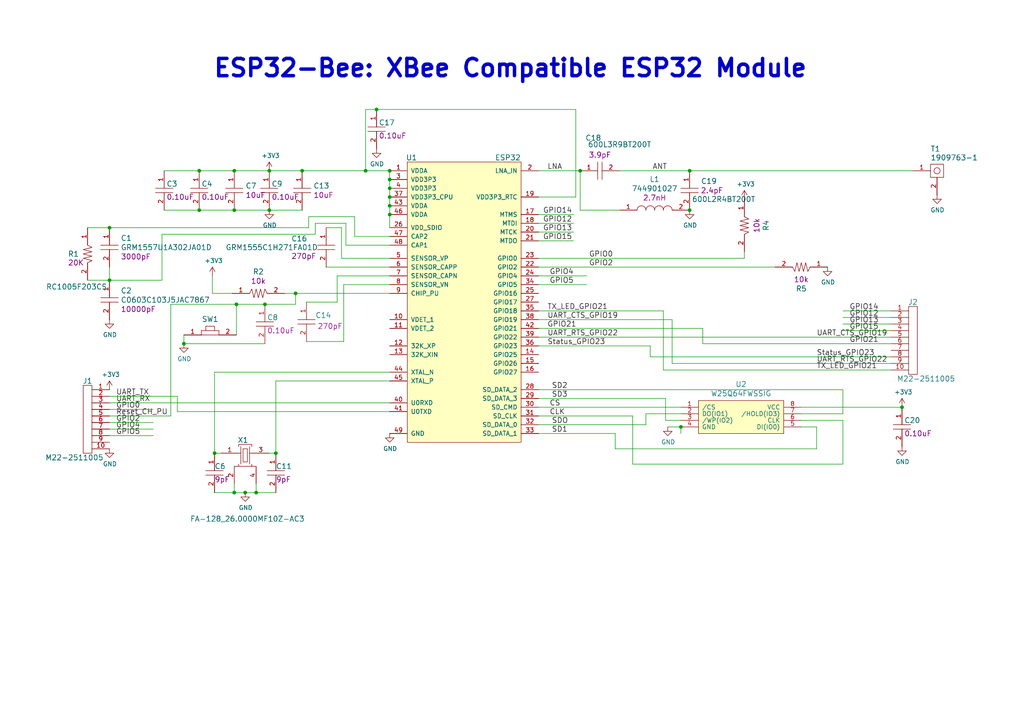
<source format=kicad_sch>
(kicad_sch (version 20230121) (generator eeschema)
  (paper "A4")
  (title_block (title "ESP32-Bee: XBee Compatible ESP32 Module") (date "2016-10-21") (rev "0.1a") (company "GhostPCB") (comment 1 "Designed and Drawn by Engineer Adam Vadala-Roth"))
  (junction (at 113.03 62.23))
  (junction (at 113.03 57.15))
  (junction (at 113.03 59.69))
  (junction (at 57.785 49.53))
  (junction (at 62.23 131.445))
  (junction (at 109.22 31.75))
  (junction (at 57.785 60.96))
  (junction (at 78.105 60.96))
  (junction (at 261.62 118.11))
  (junction (at 67.945 49.53))
  (junction (at 71.12 142.875))
  (junction (at 31.75 66.04))
  (junction (at 168.275 49.53))
  (junction (at 200.025 49.53))
  (junction (at 68.58 88.265))
  (junction (at 53.34 99.695))
  (junction (at 74.295 142.875))
  (junction (at 113.03 54.61))
  (junction (at 113.03 49.53))
  (junction (at 85.725 85.09))
  (junction (at 80.01 131.445))
  (junction (at 67.945 60.96))
  (junction (at 67.945 142.875))
  (junction (at 76.835 88.265))
  (junction (at 87.63 49.53))
  (junction (at 31.75 81.28))
  (junction (at 113.03 52.07))
  (junction (at 200.025 60.96))
  (junction (at 78.105 49.53))
  (junction (at 106.045 49.53))
  (junction (at 197.485 123.825))
  (wire (pts (xy 113.03 52.07) (xy 113.03 54.61)))
  (wire (pts (xy 99.06 74.93) (xy 113.03 74.93)))
  (wire (pts (xy 179.705 49.53) (xy 200.025 49.53)))
  (wire (pts (xy 99.06 66.04) (xy 99.06 74.93)))
  (wire (pts (xy 183.515 134.62) (xy 183.515 120.65)))
  (wire (pts (xy 97.79 80.01) (xy 113.03 80.01)))
  (wire (pts (xy 113.03 119.38) (xy 51.435 119.38)))
  (wire (pts (xy 156.21 97.79) (xy 258.445 97.79)))
  (wire (pts (xy 167.005 31.75) (xy 109.22 31.75)))
  (wire (pts (xy 102.87 68.58) (xy 102.87 62.865)))
  (wire (pts (xy 106.045 49.53) (xy 113.03 49.53)))
  (wire (pts (xy 47.625 60.96) (xy 57.785 60.96)))
  (wire (pts (xy 85.725 85.09) (xy 113.03 85.09)))
  (wire (pts (xy 215.9 74.93) (xy 156.21 74.93)))
  (wire (pts (xy 194.945 92.71) (xy 194.945 105.41)))
  (wire (pts (xy 62.23 142.875) (xy 67.945 142.875)))
  (wire (pts (xy 49.53 88.265) (xy 49.53 120.65)))
  (wire (pts (xy 156.21 100.33) (xy 188.595 100.33)))
  (wire (pts (xy 68.58 88.265) (xy 76.835 88.265)))
  (wire (pts (xy 197.485 121.92) (xy 193.04 121.92)))
  (wire (pts (xy 31.75 126.365) (xy 44.45 126.365)))
  (wire (pts (xy 68.58 88.265) (xy 68.58 97.155)))
  (wire (pts (xy 232.41 123.825) (xy 236.855 123.825)))
  (wire (pts (xy 156.21 57.15) (xy 167.005 57.15)))
  (wire (pts (xy 87.63 49.53) (xy 106.045 49.53)))
  (wire (pts (xy 232.41 118.11) (xy 261.62 118.11)))
  (wire (pts (xy 109.22 31.75) (xy 106.045 31.75)))
  (wire (pts (xy 113.03 62.23) (xy 113.03 66.04)))
  (wire (pts (xy 236.855 123.825) (xy 236.855 130.175)))
  (wire (pts (xy 113.03 54.61) (xy 113.03 57.15)))
  (wire (pts (xy 113.03 110.49) (xy 80.01 110.49)))
  (wire (pts (xy 187.325 123.19) (xy 156.21 123.19)))
  (wire (pts (xy 31.75 116.84) (xy 113.03 116.84)))
  (wire (pts (xy 232.41 121.92) (xy 244.475 121.92)))
  (wire (pts (xy 62.23 131.445) (xy 64.135 131.445)))
  (wire (pts (xy 156.21 67.31) (xy 166.37 67.31)))
  (wire (pts (xy 244.475 134.62) (xy 183.515 134.62)))
  (wire (pts (xy 49.53 88.265) (xy 68.58 88.265)))
  (wire (pts (xy 51.435 114.935) (xy 31.75 114.935)))
  (wire (pts (xy 203.835 95.25) (xy 156.21 95.25)))
  (wire (pts (xy 244.475 121.92) (xy 244.475 134.62)))
  (wire (pts (xy 156.21 82.55) (xy 170.18 82.55)))
  (wire (pts (xy 67.945 142.875) (xy 71.12 142.875)))
  (wire (pts (xy 61.595 80.01) (xy 61.595 85.09)))
  (wire (pts (xy 67.945 60.96) (xy 78.105 60.96)))
  (wire (pts (xy 167.005 57.15) (xy 167.005 31.75)))
  (wire (pts (xy 74.295 142.875) (xy 80.01 142.875)))
  (wire (pts (xy 192.405 90.17) (xy 156.21 90.17)))
  (wire (pts (xy 113.03 49.53) (xy 113.03 52.07)))
  (wire (pts (xy 193.04 121.92) (xy 193.04 115.57)))
  (wire (pts (xy 80.01 131.445) (xy 78.105 131.445)))
  (wire (pts (xy 31.75 122.555) (xy 44.45 122.555)))
  (wire (pts (xy 62.23 107.95) (xy 62.23 131.445)))
  (wire (pts (xy 100.33 71.12) (xy 100.33 64.77)))
  (wire (pts (xy 194.945 105.41) (xy 258.445 105.41)))
  (wire (pts (xy 78.105 60.96) (xy 87.63 60.96)))
  (wire (pts (xy 244.475 120.015) (xy 244.475 113.03)))
  (wire (pts (xy 193.04 115.57) (xy 156.21 115.57)))
  (wire (pts (xy 67.945 142.875) (xy 67.945 140.335)))
  (wire (pts (xy 46.99 67.945) (xy 46.99 81.28)))
  (wire (pts (xy 244.475 92.075) (xy 258.445 92.075)))
  (wire (pts (xy 168.275 49.53) (xy 168.275 60.96)))
  (wire (pts (xy 113.03 71.12) (xy 100.33 71.12)))
  (wire (pts (xy 102.87 62.865) (xy 89.535 62.865)))
  (wire (pts (xy 76.835 88.265) (xy 85.725 88.265)))
  (wire (pts (xy 94.615 77.47) (xy 113.03 77.47)))
  (wire (pts (xy 188.595 100.33) (xy 188.595 103.505)))
  (wire (pts (xy 200.025 49.53) (xy 264.795 49.53)))
  (wire (pts (xy 82.55 85.09) (xy 85.725 85.09)))
  (wire (pts (xy 156.21 118.11) (xy 197.485 118.11)))
  (wire (pts (xy 74.295 140.335) (xy 74.295 142.875)))
  (wire (pts (xy 31.75 77.47) (xy 31.75 81.28)))
  (wire (pts (xy 178.435 130.175) (xy 178.435 125.73)))
  (wire (pts (xy 31.75 118.745) (xy 44.45 118.745)))
  (wire (pts (xy 156.21 92.71) (xy 194.945 92.71)))
  (wire (pts (xy 113.03 59.69) (xy 113.03 62.23)))
  (wire (pts (xy 232.41 120.015) (xy 244.475 120.015)))
  (wire (pts (xy 178.435 125.73) (xy 156.21 125.73)))
  (wire (pts (xy 193.675 123.825) (xy 197.485 123.825)))
  (wire (pts (xy 113.03 82.55) (xy 99.695 82.55)))
  (wire (pts (xy 78.105 49.53) (xy 87.63 49.53)))
  (wire (pts (xy 49.53 120.65) (xy 31.75 120.65)))
  (wire (pts (xy 80.01 110.49) (xy 80.01 131.445)))
  (wire (pts (xy 71.12 142.875) (xy 74.295 142.875)))
  (wire (pts (xy 236.855 130.175) (xy 178.435 130.175)))
  (wire (pts (xy 188.595 103.505) (xy 258.445 103.505)))
  (wire (pts (xy 89.535 62.865) (xy 89.535 66.04)))
  (wire (pts (xy 88.9 87.63) (xy 97.79 87.63)))
  (wire (pts (xy 97.79 87.63) (xy 97.79 80.01)))
  (wire (pts (xy 197.485 120.015) (xy 187.325 120.015)))
  (wire (pts (xy 57.785 60.96) (xy 67.945 60.96)))
  (wire (pts (xy 46.99 81.28) (xy 31.75 81.28)))
  (wire (pts (xy 156.21 69.85) (xy 166.37 69.85)))
  (wire (pts (xy 91.44 67.945) (xy 46.99 67.945)))
  (wire (pts (xy 113.03 68.58) (xy 102.87 68.58)))
  (wire (pts (xy 156.21 62.23) (xy 166.37 62.23)))
  (wire (pts (xy 192.405 107.315) (xy 258.445 107.315)))
  (wire (pts (xy 106.045 31.75) (xy 106.045 49.53)))
  (wire (pts (xy 156.21 80.01) (xy 170.18 80.01)))
  (wire (pts (xy 89.535 66.04) (xy 31.75 66.04)))
  (wire (pts (xy 67.945 49.53) (xy 78.105 49.53)))
  (wire (pts (xy 258.445 99.695) (xy 203.835 99.695)))
  (wire (pts (xy 94.615 66.04) (xy 99.06 66.04)))
  (wire (pts (xy 51.435 119.38) (xy 51.435 114.935)))
  (wire (pts (xy 215.9 73.025) (xy 215.9 74.93)))
  (wire (pts (xy 203.835 99.695) (xy 203.835 95.25)))
  (wire (pts (xy 183.515 120.65) (xy 156.21 120.65)))
  (wire (pts (xy 99.695 99.06) (xy 88.9 99.06)))
  (wire (pts (xy 156.21 64.77) (xy 166.37 64.77)))
  (wire (pts (xy 85.725 88.265) (xy 85.725 85.09)))
  (wire (pts (xy 244.475 90.17) (xy 258.445 90.17)))
  (wire (pts (xy 187.325 120.015) (xy 187.325 123.19)))
  (wire (pts (xy 244.475 95.885) (xy 258.445 95.885)))
  (wire (pts (xy 53.34 99.695) (xy 53.34 97.155)))
  (wire (pts (xy 100.33 64.77) (xy 91.44 64.77)))
  (wire (pts (xy 61.595 85.09) (xy 67.31 85.09)))
  (wire (pts (xy 244.475 113.03) (xy 156.21 113.03)))
  (wire (pts (xy 31.75 124.46) (xy 44.45 124.46)))
  (wire (pts (xy 76.835 99.695) (xy 53.34 99.695)))
  (wire (pts (xy 57.785 49.53) (xy 67.945 49.53)))
  (wire (pts (xy 244.475 93.98) (xy 258.445 93.98)))
  (wire (pts (xy 113.03 57.15) (xy 113.03 59.69)))
  (wire (pts (xy 168.275 60.96) (xy 179.705 60.96)))
  (wire (pts (xy 31.75 81.28) (xy 25.4 81.28)))
  (wire (pts (xy 47.625 49.53) (xy 57.785 49.53)))
  (wire (pts (xy 197.485 123.825) (xy 197.485 125.73)))
  (wire (pts (xy 192.405 90.17) (xy 192.405 107.315)))
  (wire (pts (xy 99.695 82.55) (xy 99.695 99.06)))
  (wire (pts (xy 113.03 107.95) (xy 62.23 107.95)))
  (wire (pts (xy 156.21 77.47) (xy 224.79 77.47)))
  (wire (pts (xy 156.21 49.53) (xy 168.275 49.53)))
  (wire (pts (xy 91.44 64.77) (xy 91.44 67.945)))
  (wire (pts (xy 31.75 66.04) (xy 25.4 66.04)))
  (text "ESP32-Bee: XBee Compatible ESP32 Module" (at 61.595 22.86 0) (effects (font (size 5.0038 5.0038) (thickness 1.0008) bold) (justify left bottom)))
  (label "UART_RTS_GPIO22" (at 236.855 105.41 0) (effects (font (size 1.524 1.524))))
  (label "CLK" (at 159.385 120.65 0) (effects (font (size 1.524 1.524))))
  (label "GPIO0" (at 170.815 74.93 0) (effects (font (size 1.524 1.524))))
  (label "GPIO14" (at 246.38 90.17 0) (effects (font (size 1.524 1.524))))
  (label "GPIO15" (at 246.38 95.885 0) (effects (font (size 1.524 1.524))))
  (label "GPIO2" (at 33.655 122.555 0) (effects (font (size 1.524 1.524))))
  (label "UART_TX" (at 33.655 114.935 0) (effects (font (size 1.524 1.524))))
  (label "TX_LED_GPIO21" (at 236.855 107.315 0) (effects (font (size 1.524 1.524))))
  (label "GPIO5" (at 33.655 126.365 0) (effects (font (size 1.524 1.524))))
  (label "ANT" (at 189.23 49.53 0) (effects (font (size 1.524 1.524))))
  (label "Reset_CH_PU" (at 33.655 120.65 0) (effects (font (size 1.524 1.524))))
  (label "TX_LED_GPIO21" (at 158.75 90.17 0) (effects (font (size 1.524 1.524))))
  (label "SD1" (at 160.02 125.73 0) (effects (font (size 1.524 1.524))))
  (label "UART_RTS_GPIO22" (at 158.75 97.79 0) (effects (font (size 1.524 1.524))))
  (label "GPIO12" (at 157.48 64.77 0) (effects (font (size 1.524 1.524))))
  (label "GPIO13" (at 157.48 67.31 0) (effects (font (size 1.524 1.524))))
  (label "GPIO5" (at 159.385 82.55 0) (effects (font (size 1.524 1.524))))
  (label "LNA" (at 158.75 49.53 0) (effects (font (size 1.524 1.524))))
  (label "UART_CTS_GPIO19" (at 158.75 92.71 0) (effects (font (size 1.524 1.524))))
  (label "GPIO15" (at 157.48 69.85 0) (effects (font (size 1.524 1.524))))
  (label "GPIO2" (at 170.815 77.47 0) (effects (font (size 1.524 1.524))))
  (label "SDO" (at 160.02 123.19 0) (effects (font (size 1.524 1.524))))
  (label "GPIO0" (at 33.655 118.745 0) (effects (font (size 1.524 1.524))))
  (label "SD2" (at 160.02 113.03 0) (effects (font (size 1.524 1.524))))
  (label "GPIO14" (at 157.48 62.23 0) (effects (font (size 1.524 1.524))))
  (label "UART_CTS_GPIO19" (at 236.855 97.79 0) (effects (font (size 1.524 1.524))))
  (label "GPIO12" (at 246.38 92.075 0) (effects (font (size 1.524 1.524))))
  (label "GPIO13" (at 246.38 93.98 0) (effects (font (size 1.524 1.524))))
  (label "UART_RX" (at 33.655 116.84 0) (effects (font (size 1.524 1.524))))
  (label "CS" (at 159.385 118.11 0) (effects (font (size 1.524 1.524))))
  (label "GPIO21" (at 158.75 95.25 0) (effects (font (size 1.524 1.524))))
  (label "GPIO4" (at 159.385 80.01 0) (effects (font (size 1.524 1.524))))
  (label "SD3" (at 160.02 115.57 0) (effects (font (size 1.524 1.524))))
  (label "GPIO4" (at 33.655 124.46 0) (effects (font (size 1.524 1.524))))
  (label "Status_GPIO23" (at 158.75 100.33 0) (effects (font (size 1.524 1.524))))
  (label "Status_GPIO23" (at 236.855 103.505 0) (effects (font (size 1.524 1.524))))
  (label "GPIO21" (at 246.38 99.695 0) (effects (font (size 1.524 1.524))))
  (symbol (lib_id "ESP32-Bee-rescue:ESP32") (at 134.62 88.9 0) (unit 1)
    (property "Reference" "U1" (at 119.38 45.72 0) (effects (font (size 1.524 1.524))))
    (property "Value" "ESP32" (at 147.32 45.72 0) (effects (font (size 1.524 1.524))))
    (property "Footprint" "ESP32-footprints-Lib:ESP32" (effects hide))
  )
  (symbol (lib_id "ESP32-Bee-rescue:CL05B104JP5NNNC") (at 78.105 55.88 270) (unit 1)
    (property "Reference" "C9" (at 78.74 53.34 90) (effects (font (size 1.524 1.524)) (justify left)))
    (property "Value" "CL05B104JP5NNNC" (effects hide))
    (property "Footprint" "PCB_Footprints:C0402" (effects hide))
    (property "Datasheet" "http://www.samsungsem.com/kr/support/product-search/mlcc/__icsFiles/afieldfile/2016/08/18/S_CL05B104JP5NNNC.pdf" (effects hide))
    (property "Cost" "$0.00903 @ 5000" (effects hide))
    (property "Date Created" "4 Sept 2016" (effects hide))
    (property "Date Modified" "5 Sept 2016" (effects hide))
    (property "Designer" "Adam Vadala-Roth" (effects hide))
    (property "Height" "0.55mm" (effects hide))
    (property "RHoS?" "Yes" (effects hide))
    (property "MFR" "Samsung Electro-Mechanics America, Inc." (effects hide))
    (property "MFR#" "CL05B104JP5NNNC" (effects hide))
    (property "Mounting" "SMT/SMD" (effects hide))
    (property "Pint Count#" "2" (effects hide))
    (property "Status" "Active" (effects hide))
    (property "Tolerance" "5%" (effects hide))
    (property "Type" "Ceramic Capacitor 0402" (effects hide))
    (property "Voltage" "10V" (effects hide))
    (property "Wattage" "N/A" (effects hide))
    (property "Component-Value" "0.10uF" (at 78.74 57.15 90) (effects (font (size 1.524 1.524)) (justify left)))
    (property "Description" "0.10µF 10V Ceramic Capacitor X7R 0402 (1005 Metric) 0.039\" L x 0.020\" W (1.00mm x 0.50mm)" (effects hide))
  )
  (symbol (lib_id "ESP32-Bee-rescue:CL05B104JP5NNNC") (at 57.785 55.88 270) (unit 1)
    (property "Reference" "C4" (at 58.42 53.34 90) (effects (font (size 1.524 1.524)) (justify left)))
    (property "Value" "CL05B104JP5NNNC" (effects hide))
    (property "Footprint" "PCB_Footprints:C0402" (effects hide))
    (property "Datasheet" "http://www.samsungsem.com/kr/support/product-search/mlcc/__icsFiles/afieldfile/2016/08/18/S_CL05B104JP5NNNC.pdf" (effects hide))
    (property "Cost" "$0.00903 @ 5000" (effects hide))
    (property "Date Created" "4 Sept 2016" (effects hide))
    (property "Date Modified" "5 Sept 2016" (effects hide))
    (property "Designer" "Adam Vadala-Roth" (effects hide))
    (property "Height" "0.55mm" (effects hide))
    (property "RHoS?" "Yes" (effects hide))
    (property "MFR" "Samsung Electro-Mechanics America, Inc." (effects hide))
    (property "MFR#" "CL05B104JP5NNNC" (effects hide))
    (property "Mounting" "SMT/SMD" (effects hide))
    (property "Pint Count#" "2" (effects hide))
    (property "Status" "Active" (effects hide))
    (property "Tolerance" "5%" (effects hide))
    (property "Type" "Ceramic Capacitor 0402" (effects hide))
    (property "Voltage" "10V" (effects hide))
    (property "Wattage" "N/A" (effects hide))
    (property "Component-Value" "0.10uF" (at 58.42 57.15 90) (effects (font (size 1.524 1.524)) (justify left)))
    (property "Description" "0.10µF 10V Ceramic Capacitor X7R 0402 (1005 Metric) 0.039\" L x 0.020\" W (1.00mm x 0.50mm)" (effects hide))
  )
  (symbol (lib_id "ESP32-Bee-rescue:+3.3V") (at 78.105 49.53 0) (unit 1)
    (property "Reference" "#PWR01" (effects hide))
    (property "Value" "+3.3V" (at 78.486 45.1358 0))
  )
  (symbol (lib_id "ESP32-Bee-rescue:GND") (at 78.105 60.96 0) (unit 1)
    (property "Reference" "#PWR02" (effects hide))
    (property "Value" "GND" (at 78.232 65.3542 0))
  )
  (symbol (lib_id "ESP32-Bee-rescue:GND") (at 113.03 125.73 0) (unit 1)
    (property "Reference" "#PWR03" (effects hide))
    (property "Value" "GND" (at 113.157 130.1242 0))
  )
  (symbol (lib_id "ESP32-Bee-rescue:RC1005F103CS") (at 74.93 85.09 0) (unit 1)
    (property "Reference" "R2" (at 74.93 78.8162 0) (effects (font (size 1.524 1.524))))
    (property "Value" "RC1005F103CS" (effects hide))
    (property "Footprint" "PCB_Footprints:R0402" (effects hide))
    (property "Datasheet" "https://media.digikey.com/pdf/Data%20Sheets/Samsung%20PDFs/RC_Series_ds.pdf" (effects hide))
    (property "Cost" "0.00173 @ 5000" (effects hide))
    (property "Date Created" "5 Sept 2016" (effects hide))
    (property "Date Modified" "5 Sept 2016" (effects hide))
    (property "Designer" "Adam Vadala-Roth" (effects hide))
    (property "Height" "0.4mm" (effects hide))
    (property "RHoS?" "Yes" (effects hide))
    (property "MFR" "Samsung Electro-Mechanics America, Inc." (effects hide))
    (property "MFR#" "RC1005F103CS" (effects hide))
    (property "Mounting" "SMT/SMD" (effects hide))
    (property "Pin Count#" "2" (effects hide))
    (property "Status" "Active" (effects hide))
    (property "Tolerance" "1%" (effects hide))
    (property "Type" "passive" (effects hide))
    (property "Voltage" "N/A" (effects hide))
    (property "Wattage" "1/16" (effects hide))
    (property "Component-Value" "10k" (at 74.93 81.5086 0) (effects (font (size 1.524 1.524))))
    (property "Description" "RES SMD 10K OHM 1% 1/16W 0402" (effects hide))
  )
  (symbol (lib_id "ESP32-Bee-rescue:+3.3V") (at 61.595 80.01 0) (unit 1)
    (property "Reference" "#PWR04" (effects hide))
    (property "Value" "+3.3V" (at 61.976 75.6158 0))
  )
  (symbol (lib_id "ESP32-Bee-rescue:CL05B104JP5NNNC") (at 47.625 55.88 270) (unit 1)
    (property "Reference" "C3" (at 48.26 53.34 90) (effects (font (size 1.524 1.524)) (justify left)))
    (property "Value" "CL05B104JP5NNNC" (effects hide))
    (property "Footprint" "PCB_Footprints:C0402" (effects hide))
    (property "Datasheet" "http://www.samsungsem.com/kr/support/product-search/mlcc/__icsFiles/afieldfile/2016/08/18/S_CL05B104JP5NNNC.pdf" (effects hide))
    (property "Cost" "$0.00903 @ 5000" (effects hide))
    (property "Date Created" "4 Sept 2016" (effects hide))
    (property "Date Modified" "5 Sept 2016" (effects hide))
    (property "Designer" "Adam Vadala-Roth" (effects hide))
    (property "Height" "0.55mm" (effects hide))
    (property "RHoS?" "Yes" (effects hide))
    (property "MFR" "Samsung Electro-Mechanics America, Inc." (effects hide))
    (property "MFR#" "CL05B104JP5NNNC" (effects hide))
    (property "Mounting" "SMT/SMD" (effects hide))
    (property "Pint Count#" "2" (effects hide))
    (property "Status" "Active" (effects hide))
    (property "Tolerance" "5%" (effects hide))
    (property "Type" "Ceramic Capacitor 0402" (effects hide))
    (property "Voltage" "10V" (effects hide))
    (property "Wattage" "N/A" (effects hide))
    (property "Component-Value" "0.10uF" (at 48.26 57.15 90) (effects (font (size 1.524 1.524)) (justify left)))
    (property "Description" "0.10µF 10V Ceramic Capacitor X7R 0402 (1005 Metric) 0.039\" L x 0.020\" W (1.00mm x 0.50mm)" (effects hide))
  )
  (symbol (lib_id "ESP32-Bee-rescue:FA-128_26.0000MF10Z-AC3") (at 70.485 132.715 0) (unit 1)
    (property "Reference" "X1" (at 70.485 127.635 0) (effects (font (size 1.524 1.524))))
    (property "Value" "FA-128_26.0000MF10Z-AC3" (at 71.755 150.495 0) (effects (font (size 1.524 1.524))))
    (property "Footprint" "PCB_Footprints:FA-128_26.0000MF10Z-AC3" (effects hide))
    (property "Datasheet" "https://support.epson.biz/td/api/doc_check.php?dl=brief_FA-128_en.pdf" (effects hide))
    (property "Cost" "0.50000 @ 100" (effects hide))
    (property "Date Created " "27 Sept 2016" (effects hide))
    (property "Date Modified" "27 Sept 2016" (effects hide))
    (property "Designer" "Adam Vadala-Roth" (effects hide))
    (property "Height" "0.5mm" (effects hide))
    (property "RHoS?" "Yes" (effects hide))
    (property "MFR" "EPSON" (effects hide))
    (property "MFR#" "FA-128 26.0000MF10Z-AC3" (effects hide))
    (property "Mounting" "SMT/SMD" (effects hide))
    (property "Pin Count#" "4" (effects hide))
    (property "Status" "Active" (effects hide))
    (property "Tolerance" "N/A" (effects hide))
    (property "Type" "Crystal Oscillator" (effects hide))
    (property "Voltage" "3.3V" (effects hide))
    (property "Wattage" "N/A" (effects hide))
    (property "Component-Value" "26MHz ±10ppm Crystal 9pF" (effects hide))
    (property "Description" "26MHz ±10ppm Crystal 9pF 60 Ohm -20°C ~ 75°C Surface Mount 4-SMD, No Lead (DFN, LCC)" (effects hide))
  )
  (symbol (lib_id "ESP32-Bee-rescue:CL05C090CB5NNNC") (at 62.23 136.525 270) (unit 1)
    (property "Reference" "C6" (at 62.23 135.255 90) (effects (font (size 1.524 1.524)) (justify left)))
    (property "Value" "CL05C090CB5NNNC" (effects hide))
    (property "Footprint" "PCB_Footprints:C0402" (effects hide))
    (property "Datasheet" "http://www.samsungsem.com/kr/support/product-search/mlcc/__icsFiles/afieldfile/2016/08/18/S_CL05C090CB5NNNC.pdf" (effects hide))
    (property "Cost" "0.00550 @ 5000" (effects hide))
    (property "Date Created" "5 Sept 2016" (effects hide))
    (property "Date Modifed" "5 Sept 2016" (effects hide))
    (property "Designer" "Adam Vadala-Roth" (effects hide))
    (property "Height" "0.55mm" (effects hide))
    (property "RHoS?" "Yes" (effects hide))
    (property "MFR" "Samsung Electro-Mechanics America, Inc." (effects hide))
    (property "MFR#" "CL05C090CB5NNNC" (effects hide))
    (property "Mounting" "SMT/SMD" (effects hide))
    (property "Pin Count#" "2" (effects hide))
    (property "Status" "Active" (effects hide))
    (property "Tolerance" "0.25pF" (effects hide))
    (property "Type" "Ceramic Capacitor 0402" (effects hide))
    (property "Voltage" "50V" (effects hide))
    (property "Wattage" "N/A" (effects hide))
    (property "Componen-Value" "9pF" (at 62.23 139.065 90) (effects (font (size 1.524 1.524)) (justify left)))
    (property "Description" "9pF 50V Ceramic Capacitor C0G, NP0 0402 (1005 Metric) 0.039\" L x 0.020\" W (1.00mm x 0.50mm)" (effects hide))
  )
  (symbol (lib_id "ESP32-Bee-rescue:CL05C090CB5NNNC") (at 80.01 136.525 270) (unit 1)
    (property "Reference" "C11" (at 80.01 135.255 90) (effects (font (size 1.524 1.524)) (justify left)))
    (property "Value" "CL05C090CB5NNNC" (effects hide))
    (property "Footprint" "PCB_Footprints:C0402" (effects hide))
    (property "Datasheet" "http://www.samsungsem.com/kr/support/product-search/mlcc/__icsFiles/afieldfile/2016/08/18/S_CL05C090CB5NNNC.pdf" (effects hide))
    (property "Cost" "0.00550 @ 5000" (effects hide))
    (property "Date Created" "5 Sept 2016" (effects hide))
    (property "Date Modifed" "5 Sept 2016" (effects hide))
    (property "Designer" "Adam Vadala-Roth" (effects hide))
    (property "Height" "0.55mm" (effects hide))
    (property "RHoS?" "Yes" (effects hide))
    (property "MFR" "Samsung Electro-Mechanics America, Inc." (effects hide))
    (property "MFR#" "CL05C090CB5NNNC" (effects hide))
    (property "Mounting" "SMT/SMD" (effects hide))
    (property "Pin Count#" "2" (effects hide))
    (property "Status" "Active" (effects hide))
    (property "Tolerance" "0.25pF" (effects hide))
    (property "Type" "Ceramic Capacitor 0402" (effects hide))
    (property "Voltage" "50V" (effects hide))
    (property "Wattage" "N/A" (effects hide))
    (property "Componen-Value" "9pF" (at 80.01 139.065 90) (effects (font (size 1.524 1.524)) (justify left)))
    (property "Description" "9pF 50V Ceramic Capacitor C0G, NP0 0402 (1005 Metric) 0.039\" L x 0.020\" W (1.00mm x 0.50mm)" (effects hide))
  )
  (symbol (lib_id "ESP32-Bee-rescue:GND") (at 71.12 142.875 0) (unit 1)
    (property "Reference" "#PWR05" (effects hide))
    (property "Value" "GND" (at 71.247 147.2692 0))
  )
  (symbol (lib_id "ESP32-Bee-rescue:RC1005F103CS") (at 215.9 65.405 270) (unit 1)
    (property "Reference" "R4" (at 222.1738 65.405 0) (effects (font (size 1.524 1.524))))
    (property "Value" "RC1005F103CS" (effects hide))
    (property "Footprint" "PCB_Footprints:R0402" (effects hide))
    (property "Datasheet" "https://media.digikey.com/pdf/Data%20Sheets/Samsung%20PDFs/RC_Series_ds.pdf" (effects hide))
    (property "Cost" "0.00173 @ 5000" (effects hide))
    (property "Date Created" "5 Sept 2016" (effects hide))
    (property "Date Modified" "5 Sept 2016" (effects hide))
    (property "Designer" "Adam Vadala-Roth" (effects hide))
    (property "Height" "0.4mm" (effects hide))
    (property "RHoS?" "Yes" (effects hide))
    (property "MFR" "Samsung Electro-Mechanics America, Inc." (effects hide))
    (property "MFR#" "RC1005F103CS" (effects hide))
    (property "Mounting" "SMT/SMD" (effects hide))
    (property "Pin Count#" "2" (effects hide))
    (property "Status" "Active" (effects hide))
    (property "Tolerance" "1%" (effects hide))
    (property "Type" "passive" (effects hide))
    (property "Voltage" "N/A" (effects hide))
    (property "Wattage" "1/16" (effects hide))
    (property "Component-Value" "10k" (at 219.4814 65.405 0) (effects (font (size 1.524 1.524))))
    (property "Description" "RES SMD 10K OHM 1% 1/16W 0402" (effects hide))
  )
  (symbol (lib_id "ESP32-Bee-rescue:+3.3V") (at 215.9 57.785 0) (unit 1)
    (property "Reference" "#PWR06" (effects hide))
    (property "Value" "+3.3V" (at 216.281 53.3908 0))
  )
  (symbol (lib_id "ESP32-Bee-rescue:CL05B104JP5NNNC") (at 261.62 124.46 270) (unit 1)
    (property "Reference" "C20" (at 262.255 121.92 90) (effects (font (size 1.524 1.524)) (justify left)))
    (property "Value" "CL05B104JP5NNNC" (effects hide))
    (property "Footprint" "PCB_Footprints:C0402" (effects hide))
    (property "Datasheet" "http://www.samsungsem.com/kr/support/product-search/mlcc/__icsFiles/afieldfile/2016/08/18/S_CL05B104JP5NNNC.pdf" (effects hide))
    (property "Cost" "$0.00903 @ 5000" (effects hide))
    (property "Date Created" "4 Sept 2016" (effects hide))
    (property "Date Modified" "5 Sept 2016" (effects hide))
    (property "Designer" "Adam Vadala-Roth" (effects hide))
    (property "Height" "0.55mm" (effects hide))
    (property "RHoS?" "Yes" (effects hide))
    (property "MFR" "Samsung Electro-Mechanics America, Inc." (effects hide))
    (property "MFR#" "CL05B104JP5NNNC" (effects hide))
    (property "Mounting" "SMT/SMD" (effects hide))
    (property "Pint Count#" "2" (effects hide))
    (property "Status" "Active" (effects hide))
    (property "Tolerance" "5%" (effects hide))
    (property "Type" "Ceramic Capacitor 0402" (effects hide))
    (property "Voltage" "10V" (effects hide))
    (property "Wattage" "N/A" (effects hide))
    (property "Component-Value" "0.10uF" (at 262.255 125.73 90) (effects (font (size 1.524 1.524)) (justify left)))
    (property "Description" "0.10µF 10V Ceramic Capacitor X7R 0402 (1005 Metric) 0.039\" L x 0.020\" W (1.00mm x 0.50mm)" (effects hide))
  )
  (symbol (lib_id "ESP32-Bee-rescue:+3.3V") (at 261.62 118.11 0) (unit 1)
    (property "Reference" "#PWR07" (effects hide))
    (property "Value" "+3.3V" (at 262.001 113.7158 0))
  )
  (symbol (lib_id "ESP32-Bee-rescue:GND") (at 261.62 129.54 0) (unit 1)
    (property "Reference" "#PWR08" (effects hide))
    (property "Value" "GND" (at 261.747 133.9342 0))
  )
  (symbol (lib_id "ESP32-Bee-rescue:GND") (at 193.675 123.825 0) (unit 1)
    (property "Reference" "#PWR09" (effects hide))
    (property "Value" "GND" (at 193.802 128.2192 0))
  )
  (symbol (lib_id "ESP32-Bee-rescue:CL05B104JP5NNNC") (at 109.22 38.1 270) (unit 1)
    (property "Reference" "C17" (at 109.855 35.56 90) (effects (font (size 1.524 1.524)) (justify left)))
    (property "Value" "CL05B104JP5NNNC" (effects hide))
    (property "Footprint" "PCB_Footprints:C0402" (effects hide))
    (property "Datasheet" "http://www.samsungsem.com/kr/support/product-search/mlcc/__icsFiles/afieldfile/2016/08/18/S_CL05B104JP5NNNC.pdf" (effects hide))
    (property "Cost" "$0.00903 @ 5000" (effects hide))
    (property "Date Created" "4 Sept 2016" (effects hide))
    (property "Date Modified" "5 Sept 2016" (effects hide))
    (property "Designer" "Adam Vadala-Roth" (effects hide))
    (property "Height" "0.55mm" (effects hide))
    (property "RHoS?" "Yes" (effects hide))
    (property "MFR" "Samsung Electro-Mechanics America, Inc." (effects hide))
    (property "MFR#" "CL05B104JP5NNNC" (effects hide))
    (property "Mounting" "SMT/SMD" (effects hide))
    (property "Pint Count#" "2" (effects hide))
    (property "Status" "Active" (effects hide))
    (property "Tolerance" "5%" (effects hide))
    (property "Type" "Ceramic Capacitor 0402" (effects hide))
    (property "Voltage" "10V" (effects hide))
    (property "Wattage" "N/A" (effects hide))
    (property "Component-Value" "0.10uF" (at 109.855 39.37 90) (effects (font (size 1.524 1.524)) (justify left)))
    (property "Description" "0.10µF 10V Ceramic Capacitor X7R 0402 (1005 Metric) 0.039\" L x 0.020\" W (1.00mm x 0.50mm)" (effects hide))
  )
  (symbol (lib_id "ESP32-Bee-rescue:GND") (at 109.22 43.18 0) (unit 1)
    (property "Reference" "#PWR010" (effects hide))
    (property "Value" "GND" (at 109.347 47.5742 0))
  )
  (symbol (lib_id "ESP32-Bee-rescue:1909763-1") (at 271.78 49.53 0) (unit 1)
    (property "Reference" "T1" (at 269.875 43.18 0) (effects (font (size 1.524 1.524)) (justify left)))
    (property "Value" "1909763-1" (at 269.875 45.72 0) (effects (font (size 1.524 1.524)) (justify left)))
    (property "Footprint" "PCB_Footprints:1909763-1" (effects hide))
    (property "Datasheet" "https://media.digikey.com/pdf/PCNs/TE%20Connectivity/E-15-016061(2).pdf" (effects hide))
    (property "Cost" "0.24000 @ 5000" (effects hide))
    (property "Date Created" "8 Sept 2016" (effects hide))
    (property "Date Modified" "8 Sept 2016" (effects hide))
    (property "Designer" "Adam Vadala-Roth" (effects hide))
    (property "Height" "1.25mm" (effects hide))
    (property "RHoS?" "Yes" (effects hide))
    (property "MFR" "TE Connectivity AMP Connectors" (effects hide))
    (property "MFR#" "1909763-1" (effects hide))
    (property "Mounting" "SMT/SMD" (effects hide))
    (property "Pin Count#" "2" (effects hide))
    (property "Status" "Active" (effects hide))
    (property "Tolerance" "N/A" (effects hide))
    (property "Type" "Coaxial RF Connector" (effects hide))
    (property "Voltage" "N/A" (effects hide))
    (property "Wattage" "N/A" (effects hide))
    (property "Component-Value" "50 ohm" (effects hide))
    (property "Description" "Ultra Miniature Coaxial Connector Jack, Male Pin 50 Ohm Surface Mount Solder" (effects hide))
  )
  (symbol (lib_id "ESP32-Bee-rescue:GND") (at 271.78 56.515 0) (unit 1)
    (property "Reference" "#PWR012" (effects hide))
    (property "Value" "GND" (at 271.907 60.9092 0))
  )
  (symbol (lib_id "ESP32-Bee-rescue:CL10A106KQ8NNNC") (at 67.945 54.61 270) (unit 1)
    (property "Reference" "C7" (at 71.1962 53.8988 90) (effects (font (size 1.524 1.524)) (justify left)))
    (property "Value" "CL10A106KQ8NNNC" (effects hide))
    (property "Footprint" "PCB_Footprints:C0603" (effects hide))
    (property "Datasheet" "http://www.samsungsem.com/kr/support/product-search/mlcc/__icsFiles/afieldfile/2016/08/18/S_CL10A106KQ8NNNC.pdf" (effects hide))
    (property "Cost" "0.05145 @ 4000" (effects hide))
    (property "Date Created" "5 Sept 2016" (effects hide))
    (property "Date Modifed" "5 Sept 2016" (effects hide))
    (property "Designer" "Adam Vadala-Roth" (effects hide))
    (property "Height" "0.90mm" (effects hide))
    (property "RHoS?" "Yes" (effects hide))
    (property "MFR" "Samsung Electro-Mechanics America, Inc." (effects hide))
    (property "MFR#" "CL10A106KQ8NNNC" (effects hide))
    (property "Mounting" "SMT/SMD" (effects hide))
    (property "Pin Count#" "2" (effects hide))
    (property "Status" "Active" (effects hide))
    (property "Tolerance" "10%" (effects hide))
    (property "Type" "Ceramic Capacitor 0603" (effects hide))
    (property "Voltage" "6.3V" (effects hide))
    (property "Wattage" "N/A" (effects hide))
    (property "Componen-Value" "10uF" (at 71.1962 56.5912 90) (effects (font (size 1.524 1.524)) (justify left)))
    (property "Description" "10µF 6.3V Ceramic Capacitor X5R 0603 (1608 Metric) 0.063\" L x 0.031\" W (1.60mm x 0.80mm)" (effects hide))
  )
  (symbol (lib_id "ESP32-Bee-rescue:W25Q64FWSSIG") (at 214.63 121.285 0) (unit 1)
    (property "Reference" "U2" (at 214.9348 111.4552 0) (effects (font (size 1.524 1.524))))
    (property "Value" "W25Q64FWSSIG" (at 214.9348 114.1476 0) (effects (font (size 1.524 1.524))))
    (property "Footprint" "PCB_Footprints:W25Q64FWSSIG" (effects hide))
    (property "Datasheet" "https://www.winbond.com/resource-files/w25q64fv_revl1_100713.pdf" (effects hide))
    (property "Cost" "0.81243 @ 5000" (effects hide))
    (property "Date Created" "14 Oct 2016" (effects hide))
    (property "Date Modified" "14 Oct 2016" (effects hide))
    (property "Designer" "Adam Vadala-Roth" (effects hide))
    (property "Height" "1.95mm" (effects hide))
    (property "RHoS?" "Yes" (effects hide))
    (property "MFR" "Winbond Electronics" (effects hide))
    (property "MFR#" "W25Q64FWSSIG" (effects hide))
    (property "Mounting" "SMT/SMD" (effects hide))
    (property "Pin Count#" "8" (effects hide))
    (property "Satus" "Active" (effects hide))
    (property "Tolerance" "N/A" (effects hide))
    (property "Type" "SPI FLASH MODULE" (effects hide))
    (property "Voltage" "3.3V" (effects hide))
    (property "Wattage" "N/A" (effects hide))
    (property "Component-Value" "N/A" (effects hide))
    (property "Description" "IC FLASH 64MBIT 104MHZ 8SOIC" (effects hide))
  )
  (symbol (lib_id "ESP32-Bee-rescue:CL10A106KQ8NNNC") (at 87.63 54.61 270) (unit 1)
    (property "Reference" "C13" (at 90.8812 53.8988 90) (effects (font (size 1.524 1.524)) (justify left)))
    (property "Value" "CL10A106KQ8NNNC" (effects hide))
    (property "Footprint" "PCB_Footprints:C0603" (effects hide))
    (property "Datasheet" "http://www.samsungsem.com/kr/support/product-search/mlcc/__icsFiles/afieldfile/2016/08/18/S_CL10A106KQ8NNNC.pdf" (effects hide))
    (property "Cost" "0.05145 @ 4000" (effects hide))
    (property "Date Created" "5 Sept 2016" (effects hide))
    (property "Date Modifed" "5 Sept 2016" (effects hide))
    (property "Designer" "Adam Vadala-Roth" (effects hide))
    (property "Height" "0.90mm" (effects hide))
    (property "RHoS?" "Yes" (effects hide))
    (property "MFR" "Samsung Electro-Mechanics America, Inc." (effects hide))
    (property "MFR#" "CL10A106KQ8NNNC" (effects hide))
    (property "Mounting" "SMT/SMD" (effects hide))
    (property "Pin Count#" "2" (effects hide))
    (property "Status" "Active" (effects hide))
    (property "Tolerance" "10%" (effects hide))
    (property "Type" "Ceramic Capacitor 0603" (effects hide))
    (property "Voltage" "6.3V" (effects hide))
    (property "Wattage" "N/A" (effects hide))
    (property "Componen-Value" "10uF" (at 90.8812 56.5912 90) (effects (font (size 1.524 1.524)) (justify left)))
    (property "Description" "10µF 6.3V Ceramic Capacitor X5R 0603 (1608 Metric) 0.063\" L x 0.031\" W (1.60mm x 0.80mm)" (effects hide))
  )
  (symbol (lib_id "ESP32-Bee-rescue:600L2R4BT200T") (at 200.025 55.245 270) (unit 1)
    (property "Reference" "C19" (at 203.2762 52.5526 90) (effects (font (size 1.524 1.524)) (justify left)))
    (property "Value" "600L2R4BT200T" (at 200.66 57.785 90) (effects (font (size 1.524 1.524)) (justify left)))
    (property "Footprint" "PCB_Footprints:C0402" (effects hide))
    (property "Datasheet" "http://atceramics.com/UserFiles/600l.pdf" (effects hide))
    (property "Cost" "0.26813 @ 4000" (effects hide))
    (property "Date Created" "14 Oct 2016" (effects hide))
    (property "Date Modifed" "14 Oct 2016" (effects hide))
    (property "Designer" "Adam Vadala-Roth" (effects hide))
    (property "Height" "0.51mm" (effects hide))
    (property "RHoS?" "Yes" (effects hide))
    (property "MFR" "American Technical Ceramics" (effects hide))
    (property "MFR#" "600L2R4BT200T" (effects hide))
    (property "Mounting" "SMT/SMD" (effects hide))
    (property "Pin Count#" "2" (effects hide))
    (property "Status" "Active" (effects hide))
    (property "Tolerance" "2.4pF" (effects hide))
    (property "Type" "Ceramic Capacitor 0402 RF Grade" (effects hide))
    (property "Voltage" "200V" (effects hide))
    (property "Wattage" "N/A" (effects hide))
    (property "Componen-Value" "2.4pF" (at 203.2 55.245 90) (effects (font (size 1.524 1.524)) (justify left)))
    (property "Description" "2.4pF 200V Ceramic Capacitor C0G, NP0 0402 (1005 Metric) 0.040\" L x 0.020\" W (1.02mm x 0.51mm)" (effects hide))
  )
  (symbol (lib_id "ESP32-Bee-rescue:600L3R9BT200T") (at 173.99 49.53 0) (unit 1)
    (property "Reference" "C18" (at 172.085 40.005 0) (effects (font (size 1.524 1.524))))
    (property "Value" "600L3R9BT200T" (at 179.705 41.91 0) (effects (font (size 1.524 1.524))))
    (property "Footprint" "PCB_Footprints:C0402" (effects hide))
    (property "Datasheet" "http://atceramics.com/UserFiles/600l.pdf" (effects hide))
    (property "Cost" "0.46535 @ 1000" (effects hide))
    (property "Date Created" "14 Oct 2016" (effects hide))
    (property "Date Modifed" "14 Oct 2016" (effects hide))
    (property "Designer" "Adam Vadala-Roth" (effects hide))
    (property "Height" "0.51mm" (effects hide))
    (property "RHoS?" "Yes" (effects hide))
    (property "MFR" "American Technical Ceramics" (effects hide))
    (property "MFR#" "600L3R9BT200T" (effects hide))
    (property "Mounting" "SMT/SMD" (effects hide))
    (property "Pin Count#" "2" (effects hide))
    (property "Status" "Active" (effects hide))
    (property "Tolerance" "0.1pF" (effects hide))
    (property "Type" "Ceramic Capacitor 0402 RF Grade" (effects hide))
    (property "Voltage" "200V" (effects hide))
    (property "Wattage" "N/A" (effects hide))
    (property "Componen-Value" "3.9pF" (at 173.99 44.9326 0) (effects (font (size 1.524 1.524))))
    (property "Description" "3.9pF 200V Ceramic Capacitor C0G, NP0 0402 (1005 Metric) 0.040\" L x 0.020\" W (1.02mm x 0.51mm)" (effects hide))
  )
  (symbol (lib_id "ESP32-Bee-rescue:GRM1555C1H271FA01D") (at 94.615 71.755 270) (unit 1)
    (property "Reference" "C16" (at 84.455 69.215 90) (effects (font (size 1.524 1.524)) (justify left)))
    (property "Value" "GRM1555C1H271FA01D" (at 65.405 71.755 90) (effects (font (size 1.524 1.524)) (justify left)))
    (property "Footprint" "PCB_Footprints:C0402" (effects hide))
    (property "Datasheet" "http://www.murata.com/~/media/webrenewal/support/library/catalog/products/capacitor/mlcc/c02e.pdf" (effects hide))
    (property "Cost" "0.02660 @ 10000" (effects hide))
    (property "Date Created" "14 Oct 2016" (effects hide))
    (property "Date Modifed" "14 Oct 2016" (effects hide))
    (property "Designer" "Adam Vadala-Roth" (effects hide))
    (property "Height" "0.51mm" (effects hide))
    (property "RHoS?" "Yes" (effects hide))
    (property "MFR" "Murata Electronics North America" (effects hide))
    (property "MFR#" "GRM1557U1A302JA01D" (effects hide))
    (property "Mounting" "SMT/SMD" (effects hide))
    (property "Pin Count#" "2" (effects hide))
    (property "Status" "Active" (effects hide))
    (property "Tolerance" "270pF" (effects hide))
    (property "Type" "Ceramic Capacitor 0402" (effects hide))
    (property "Voltage" "50V" (effects hide))
    (property "Wattage" "N/A" (effects hide))
    (property "Componen-Value" "270pF" (at 84.455 74.295 90) (effects (font (size 1.524 1.524)) (justify left)))
    (property "Description" "270pF 50V Ceramic Capacitor C0G, NP0 0402 (1005 Metric) 0.039\" L x 0.020\" W (1.00mm x 0.50mm)" (effects hide))
  )
  (symbol (lib_id "ESP32-Bee-rescue:GRM1555C1H271FA01D") (at 88.9 93.345 270) (unit 1)
    (property "Reference" "C14" (at 91.44 91.44 90) (effects (font (size 1.524 1.524)) (justify left)))
    (property "Value" "GRM1555C1H271FA01D" (effects hide))
    (property "Footprint" "PCB_Footprints:C0402" (effects hide))
    (property "Datasheet" "http://www.murata.com/~/media/webrenewal/support/library/catalog/products/capacitor/mlcc/c02e.pdf" (effects hide))
    (property "Cost" "0.02660 @ 10000" (effects hide))
    (property "Date Created" "14 Oct 2016" (effects hide))
    (property "Date Modifed" "14 Oct 2016" (effects hide))
    (property "Designer" "Adam Vadala-Roth" (effects hide))
    (property "Height" "0.51mm" (effects hide))
    (property "RHoS?" "Yes" (effects hide))
    (property "MFR" "Murata Electronics North America" (effects hide))
    (property "MFR#" "GRM1557U1A302JA01D" (effects hide))
    (property "Mounting" "SMT/SMD" (effects hide))
    (property "Pin Count#" "2" (effects hide))
    (property "Status" "Active" (effects hide))
    (property "Tolerance" "270pF" (effects hide))
    (property "Type" "Ceramic Capacitor 0402" (effects hide))
    (property "Voltage" "50V" (effects hide))
    (property "Wattage" "N/A" (effects hide))
    (property "Componen-Value" "270pF" (at 92.075 94.615 90) (effects (font (size 1.524 1.524)) (justify left)))
    (property "Description" "270pF 50V Ceramic Capacitor C0G, NP0 0402 (1005 Metric) 0.039\" L x 0.020\" W (1.00mm x 0.50mm)" (effects hide))
  )
  (symbol (lib_id "ESP32-Bee-rescue:GRM1557U1A302JA01D") (at 31.75 71.755 270) (unit 1)
    (property "Reference" "C1" (at 35.0012 69.0626 90) (effects (font (size 1.524 1.524)) (justify left)))
    (property "Value" "GRM1557U1A302JA01D" (at 35.0012 71.755 90) (effects (font (size 1.524 1.524)) (justify left)))
    (property "Footprint" "PCB_Footprints:C0402" (effects hide))
    (property "Datasheet" "http://www.murata.com/~/media/webrenewal/support/library/catalog/products/capacitor/mlcc/c02e.pdf" (effects hide))
    (property "Cost" "0.03333 @ 5000" (effects hide))
    (property "Date Created" "14 Oct 2016" (effects hide))
    (property "Date Modifed" "14 Oct 2016" (effects hide))
    (property "Designer" "Adam Vadala-Roth" (effects hide))
    (property "Height" "0.51mm" (effects hide))
    (property "RHoS?" "Yes" (effects hide))
    (property "MFR" "Murata Electronics North America" (effects hide))
    (property "MFR#" "GRM1557U1A302JA01D" (effects hide))
    (property "Mounting" "SMT/SMD" (effects hide))
    (property "Pin Count#" "2" (effects hide))
    (property "Status" "Active" (effects hide))
    (property "Tolerance" "0.1pF" (effects hide))
    (property "Type" "Ceramic Capacitor 0402" (effects hide))
    (property "Voltage" "10V" (effects hide))
    (property "Wattage" "N/A" (effects hide))
    (property "Componen-Value" "3000pF" (at 35.0012 74.4474 90) (effects (font (size 1.524 1.524)) (justify left)))
    (property "Description" "3000pF 10V Ceramic Capacitor U2J 0402 (1005 Metric) 0.039\" L x 0.020\" W (1.00mm x 0.50mm)" (effects hide))
  )
  (symbol (lib_id "ESP32-Bee-rescue:RC1005F203CS") (at 25.4 73.66 270) (unit 1)
    (property "Reference" "R1" (at 19.685 73.66 90) (effects (font (size 1.524 1.524)) (justify left)))
    (property "Value" "RC1005F203CS" (at 13.335 83.185 90) (effects (font (size 1.524 1.524)) (justify left)))
    (property "Footprint" "PCB_Footprints:R0402" (effects hide))
    (property "Datasheet" "https://media.digikey.com/pdf/Data%20Sheets/Samsung%20PDFs/RC_Series_ds.pdf" (effects hide))
    (property "Cost" "0.00171 @ 5000" (effects hide))
    (property "Date Created" "14 Oct 2016" (effects hide))
    (property "Date Modified" "14 Oct 2016" (effects hide))
    (property "Designer" "Adam Vadala-Roth" (effects hide))
    (property "Height" "0.4mm" (effects hide))
    (property "RHoS?" "Yes" (effects hide))
    (property "MFR" "Samsung Electro-Mechanics America, Inc." (effects hide))
    (property "MFR#" "RC1005F103CS" (effects hide))
    (property "Mounting" "SMT/SMD" (effects hide))
    (property "Pin Count#" "2" (effects hide))
    (property "Status" "Active" (effects hide))
    (property "Tolerance" "1%" (effects hide))
    (property "Type" "passive" (effects hide))
    (property "Voltage" "N/A" (effects hide))
    (property "Wattage" "1/16" (effects hide))
    (property "Component-Value" "20K" (at 19.685 76.2 90) (effects (font (size 1.524 1.524)) (justify left)))
    (property "Description" "RES SMD 20K OHM 1% 1/16W 0402" (effects hide))
  )
  (symbol (lib_id "ESP32-Bee-rescue:C0603C103J5JAC7867") (at 31.75 86.36 270) (unit 1)
    (property "Reference" "C2" (at 35.0012 84.3026 90) (effects (font (size 1.524 1.524)) (justify left)))
    (property "Value" "C0603C103J5JAC7867" (at 35.0012 86.995 90) (effects (font (size 1.524 1.524)) (justify left)))
    (property "Footprint" "PCB_Footprints:C0603" (effects hide))
    (property "Datasheet" "http://www.kemet.com/docfinder?Partnumber=C0603C103J5JAC7867" (effects hide))
    (property "Cost" "0.06018 @ 1000" (effects hide))
    (property "Date Created" "14 Oct 2016" (effects hide))
    (property "Date Modifed" "14 Oct 2016" (effects hide))
    (property "Designer" "Adam Vadala-Roth" (effects hide))
    (property "Height" "0.87mm" (effects hide))
    (property "RHoS?" "Yes" (effects hide))
    (property "MFR" "Kemet" (effects hide))
    (property "MFR#" "C0603C103J5JAC7867" (effects hide))
    (property "Mounting" "SMT/SMD" (effects hide))
    (property "Pin Count#" "2" (effects hide))
    (property "Status" "Active" (effects hide))
    (property "Tolerance" "5%" (effects hide))
    (property "Type" "Ceramic Capacitor 0603" (effects hide))
    (property "Voltage" "50V" (effects hide))
    (property "Wattage" "N/A" (effects hide))
    (property "Componen-Value" "10000pF" (at 35.0012 89.6874 90) (effects (font (size 1.524 1.524)) (justify left)))
    (property "Description" "10000pF 50V Ceramic Capacitor U2J 0603 (1608 Metric) 0.063\" L x 0.032\" W (1.60mm x 0.80mm)" (effects hide))
  )
  (symbol (lib_id "ESP32-Bee-rescue:GND") (at 31.75 92.71 0) (unit 1)
    (property "Reference" "#PWR013" (effects hide))
    (property "Value" "GND" (at 31.877 97.1042 0))
  )
  (symbol (lib_id "ESP32-Bee-rescue:GND") (at 200.025 60.96 0) (unit 1)
    (property "Reference" "#PWR014" (effects hide))
    (property "Value" "GND" (at 200.152 65.3542 0))
  )
  (symbol (lib_id "ESP32-Bee-rescue:744901027") (at 189.865 60.96 0) (unit 1)
    (property "Reference" "L1" (at 189.865 51.9938 0) (effects (font (size 1.524 1.524))))
    (property "Value" "744901027" (at 189.865 54.6862 0) (effects (font (size 1.524 1.524))))
    (property "Footprint" "PCB_Footprints:BLM15HG601SN1D" (effects hide))
    (property "Datasheet" "http://katalog.we-online.de/pbs/datasheet/744901027.pdf" (effects hide))
    (property "Cost" "0.17250 @ 1000" (effects hide))
    (property "Date Created " "14 Oct 2016" (effects hide))
    (property "Date Modified" "14 Oct 2016" (effects hide))
    (property "Designer " "Adam Vadala-Roth" (effects hide))
    (property "Height" "0.4mm" (effects hide))
    (property "RHoS?" "Yes" (effects hide))
    (property "MFR" "Wurth Electronics Inc" (effects hide))
    (property "MFR#" "744901027" (effects hide))
    (property "Mounting" "SMT/SMD" (effects hide))
    (property "Pin Count#" "2" (effects hide))
    (property "Status" "Active" (effects hide))
    (property "Tolerance" "0.1nH" (effects hide))
    (property "Type" "Unshielded Inductor" (effects hide))
    (property "Voltage" "N/A" (effects hide))
    (property "Wattage" "N/A" (effects hide))
    (property "Component-Value" "2.7nH" (at 189.865 57.3786 0) (effects (font (size 1.524 1.524))))
    (property "Description" "2.7nH Unshielded Thin Film Inductor 440mA 300 mOhm Max 0402 (1005 Metric)" (effects hide))
  )
  (symbol (lib_id "ESP32-Bee-rescue:RC1005F103CS") (at 232.41 77.47 180) (unit 1)
    (property "Reference" "R5" (at 232.41 83.7438 0) (effects (font (size 1.524 1.524))))
    (property "Value" "RC1005F103CS" (effects hide))
    (property "Footprint" "PCB_Footprints:R0402" (effects hide))
    (property "Datasheet" "https://media.digikey.com/pdf/Data%20Sheets/Samsung%20PDFs/RC_Series_ds.pdf" (effects hide))
    (property "Cost" "0.00173 @ 5000" (effects hide))
    (property "Date Created" "5 Sept 2016" (effects hide))
    (property "Date Modified" "5 Sept 2016" (effects hide))
    (property "Designer" "Adam Vadala-Roth" (effects hide))
    (property "Height" "0.4mm" (effects hide))
    (property "RHoS?" "Yes" (effects hide))
    (property "MFR" "Samsung Electro-Mechanics America, Inc." (effects hide))
    (property "MFR#" "RC1005F103CS" (effects hide))
    (property "Mounting" "SMT/SMD" (effects hide))
    (property "Pin Count#" "2" (effects hide))
    (property "Status" "Active" (effects hide))
    (property "Tolerance" "1%" (effects hide))
    (property "Type" "passive" (effects hide))
    (property "Voltage" "N/A" (effects hide))
    (property "Wattage" "1/16" (effects hide))
    (property "Component-Value" "10k" (at 232.41 81.0514 0) (effects (font (size 1.524 1.524))))
    (property "Description" "RES SMD 10K OHM 1% 1/16W 0402" (effects hide))
  )
  (symbol (lib_id "ESP32-Bee-rescue:B3U-1000P") (at 60.96 95.885 0) (unit 1)
    (property "Reference" "SW1" (at 60.96 92.5576 0) (effects (font (size 1.524 1.524))))
    (property "Value" "B3U-1000P" (effects hide))
    (property "Footprint" "PCB_Footprints:B3U-1000P" (effects hide))
    (property "Cost" "0" (effects hide))
    (property "Date Created " "6 Sept 2016" (effects hide))
    (property "Date Modified" "6 Sept 2016" (effects hide))
    (property "Designer" "Adam Vadala-Roth" (effects hide))
    (property "Height" "0" (effects hide))
    (property "RHoS?" "Yes" (effects hide))
    (property "MFR" "OMRON" (effects hide))
    (property "MFR#" "B3U-1000P" (effects hide))
    (property "Mounting" "SMT/SMD" (effects hide))
    (property "Pin Count#" "2" (effects hide))
    (property "Status" "Active" (effects hide))
    (property "Tolerance" "%" (effects hide))
    (property "Type" "Switch Momentary" (effects hide))
    (property "Voltage" "50V" (effects hide))
    (property "Wattage" "N/A" (effects hide))
    (property "Component-Value" "N/A" (effects hide))
    (property "Description" "Tactile Switch SPST-NO Top Actuated Surface Mount" (effects hide))
  )
  (symbol (lib_id "ESP32-Bee-rescue:GND") (at 53.34 99.695 0) (unit 1)
    (property "Reference" "#PWR015" (effects hide))
    (property "Value" "GND" (at 53.467 104.0892 0))
  )
  (symbol (lib_id "ESP32-Bee-rescue:GND") (at 240.03 77.47 0) (unit 1)
    (property "Reference" "#PWR016" (effects hide))
    (property "Value" "GND" (at 240.157 81.8642 0))
  )
  (symbol (lib_id "ESP32-Bee-rescue:CL05B104JP5NNNC") (at 76.835 94.615 270) (unit 1)
    (property "Reference" "C8" (at 77.47 92.075 90) (effects (font (size 1.524 1.524)) (justify left)))
    (property "Value" "CL05B104JP5NNNC" (effects hide))
    (property "Footprint" "PCB_Footprints:C0402" (effects hide))
    (property "Datasheet" "http://www.samsungsem.com/kr/support/product-search/mlcc/__icsFiles/afieldfile/2016/08/18/S_CL05B104JP5NNNC.pdf" (effects hide))
    (property "Cost" "$0.00903 @ 5000" (effects hide))
    (property "Date Created" "4 Sept 2016" (effects hide))
    (property "Date Modified" "5 Sept 2016" (effects hide))
    (property "Designer" "Adam Vadala-Roth" (effects hide))
    (property "Height" "0.55mm" (effects hide))
    (property "RHoS?" "Yes" (effects hide))
    (property "MFR" "Samsung Electro-Mechanics America, Inc." (effects hide))
    (property "MFR#" "CL05B104JP5NNNC" (effects hide))
    (property "Mounting" "SMT/SMD" (effects hide))
    (property "Pint Count#" "2" (effects hide))
    (property "Status" "Active" (effects hide))
    (property "Tolerance" "5%" (effects hide))
    (property "Type" "Ceramic Capacitor 0402" (effects hide))
    (property "Voltage" "10V" (effects hide))
    (property "Wattage" "N/A" (effects hide))
    (property "Component-Value" "0.10uF" (at 77.47 95.885 90) (effects (font (size 1.524 1.524)) (justify left)))
    (property "Description" "0.10µF 10V Ceramic Capacitor X7R 0402 (1005 Metric) 0.039\" L x 0.020\" W (1.00mm x 0.50mm)" (effects hide))
  )
  (symbol (lib_id "ESP32-Bee-rescue:M22-2511005") (at 26.67 114.935 0) (unit 1)
    (property "Reference" "J1" (at 25.4 110.49 0) (effects (font (size 1.524 1.524))))
    (property "Value" "M22-2511005" (at 21.59 132.715 0) (effects (font (size 1.524 1.524))))
    (property "Footprint" "PCB_Footprints:M22-2511005" (effects hide))
    (property "Datasheet" "https://cdn.harwin.com/pdfs/M22-251.pdf" (effects hide))
    (property "Cost" "0.24700 @ 5000" (effects hide))
    (property "Date Created " "21 Oct 2016" (effects hide))
    (property "Date Modified" "21 Oct 2016" (effects hide))
    (property "Designer " "Adam Vadala-Roth" (effects hide))
    (property "Height" "6.6mm" (effects hide))
    (property "RHoS?" "Yes" (effects hide))
    (property "MFR" "Harwin Inc." (effects hide))
    (property "MFR#" "M22-2511005" (effects hide))
    (property "Mounting" "SMT/SMD" (effects hide))
    (property "Pin Count#" "10" (effects hide))
    (property "Status" "Active" (effects hide))
    (property "Tolerance" "N/A" (effects hide))
    (property "Type" "throughhole 10 Pin Header" (effects hide))
    (property "Voltage" "N/A" (effects hide))
    (property "Wattage" "N/A" (effects hide))
    (property "Component-Value" "N/A" (effects hide))
    (property "Description" "10 Positions Header, Unshrouded, Breakaway Connector 0.079\" (2.00mm) Through Hole Gold" (effects hide))
  )
  (symbol (lib_id "ESP32-Bee-rescue:GND") (at 31.75 130.175 0) (unit 1)
    (property "Reference" "#PWR017" (effects hide))
    (property "Value" "GND" (at 31.877 134.5692 0))
  )
  (symbol (lib_id "ESP32-Bee-rescue:M22-2511005") (at 263.525 92.075 0) (mirror y) (unit 1)
    (property "Reference" "J2" (at 264.795 87.63 0) (effects (font (size 1.524 1.524))))
    (property "Value" "M22-2511005" (at 268.605 109.855 0) (effects (font (size 1.524 1.524))))
    (property "Footprint" "PCB_Footprints:M22-2511005" (effects hide))
    (property "Datasheet" "https://cdn.harwin.com/pdfs/M22-251.pdf" (effects hide))
    (property "Cost" "0.24700 @ 5000" (effects hide))
    (property "Date Created " "21 Oct 2016" (effects hide))
    (property "Date Modified" "21 Oct 2016" (effects hide))
    (property "Designer " "Adam Vadala-Roth" (effects hide))
    (property "Height" "6.6mm" (effects hide))
    (property "RHoS?" "Yes" (effects hide))
    (property "MFR" "Harwin Inc." (effects hide))
    (property "MFR#" "M22-2511005" (effects hide))
    (property "Mounting" "SMT/SMD" (effects hide))
    (property "Pin Count#" "10" (effects hide))
    (property "Status" "Active" (effects hide))
    (property "Tolerance" "N/A" (effects hide))
    (property "Type" "throughhole 10 Pin Header" (effects hide))
    (property "Voltage" "N/A" (effects hide))
    (property "Wattage" "N/A" (effects hide))
    (property "Component-Value" "N/A" (effects hide))
    (property "Description" "10 Positions Header, Unshrouded, Breakaway Connector 0.079\" (2.00mm) Through Hole Gold" (effects hide))
  )
  (symbol (lib_id "ESP32-Bee-rescue:+3.3V") (at 31.75 113.03 0) (unit 1)
    (property "Reference" "#PWR?" (effects hide))
    (property "Value" "+3.3V" (at 32.131 108.6358 0))
  )
)
</source>
